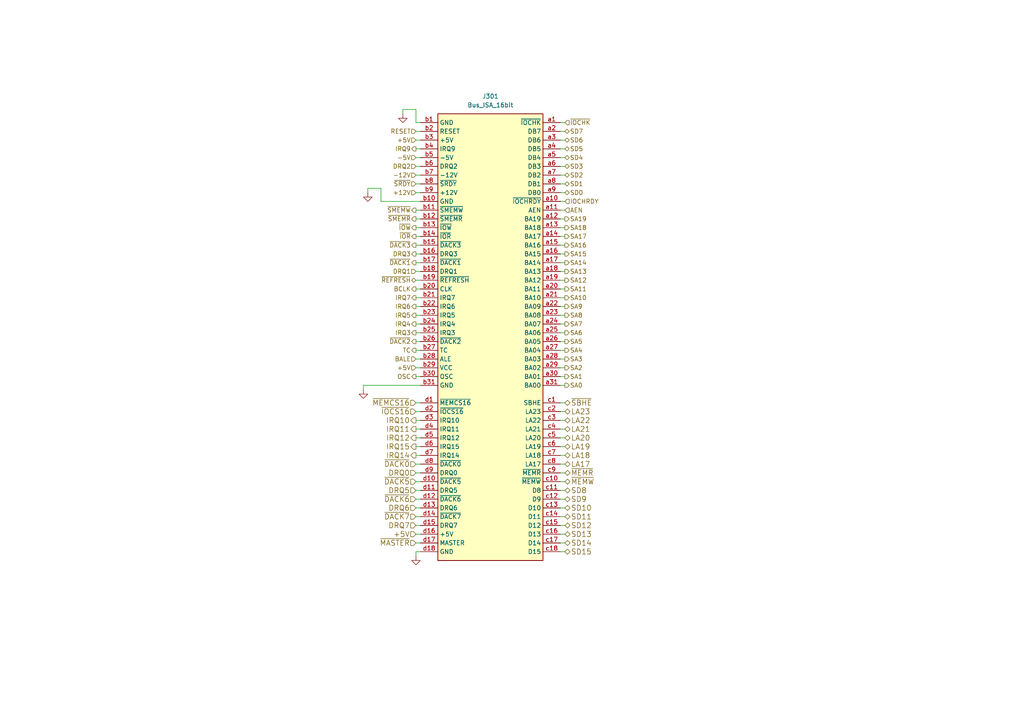
<source format=kicad_sch>
(kicad_sch (version 20211123) (generator eeschema)
  (paper "A4")
  (title_block (title "Universal ISA Backplane - ISA") (date "2022-01-08") (rev "1.99-dev") (company "Tedd | License: GFDLv3"))
  (lib_symbols
    (symbol "Connector1:Bus_ISA_16bit"
      (property "Reference" "J" (at 0 67.945 0))
      (property "Value" "Bus_ISA_16bit" (at 0 -65.405 0))
      (symbol "Bus_ISA_16bit_0_1"
        (rectangle (start -15.24 -63.5) (end 15.24 66.04) (stroke (width 0.254)) (fill (type background)))
      )
      (symbol "Bus_ISA_16bit_1_1"
        (pin output line (at 20.32 63.5 180) (length 5.08) (name "~{IOCHK}") (number "a1"))
        (pin output line (at 20.32 40.64 180) (length 5.08) (name "~{IOCHRDY}") (number "a10"))
        (pin input line (at 20.32 38.1 180) (length 5.08) (name "AEN") (number "a11"))
        (pin input line (at 20.32 35.56 180) (length 5.08) (name "BA19") (number "a12"))
        (pin input line (at 20.32 33.02 180) (length 5.08) (name "BA18") (number "a13"))
        (pin input line (at 20.32 30.48 180) (length 5.08) (name "BA17") (number "a14"))
        (pin input line (at 20.32 27.94 180) (length 5.08) (name "BA16") (number "a15"))
        (pin input line (at 20.32 25.4 180) (length 5.08) (name "BA15") (number "a16"))
        (pin input line (at 20.32 22.86 180) (length 5.08) (name "BA14") (number "a17"))
        (pin input line (at 20.32 20.32 180) (length 5.08) (name "BA13") (number "a18"))
        (pin input line (at 20.32 17.78 180) (length 5.08) (name "BA12") (number "a19"))
        (pin tri_state line (at 20.32 60.96 180) (length 5.08) (name "DB7") (number "a2"))
        (pin input line (at 20.32 15.24 180) (length 5.08) (name "BA11") (number "a20"))
        (pin input line (at 20.32 12.7 180) (length 5.08) (name "BA10") (number "a21"))
        (pin input line (at 20.32 10.16 180) (length 5.08) (name "BA09") (number "a22"))
        (pin input line (at 20.32 7.62 180) (length 5.08) (name "BA08") (number "a23"))
        (pin input line (at 20.32 5.08 180) (length 5.08) (name "BA07") (number "a24"))
        (pin input line (at 20.32 2.54 180) (length 5.08) (name "BA06") (number "a25"))
        (pin input line (at 20.32 0 180) (length 5.08) (name "BA05") (number "a26"))
        (pin input line (at 20.32 -2.54 180) (length 5.08) (name "BA04") (number "a27"))
        (pin input line (at 20.32 -5.08 180) (length 5.08) (name "BA03") (number "a28"))
        (pin input line (at 20.32 -7.62 180) (length 5.08) (name "BA02") (number "a29"))
        (pin tri_state line (at 20.32 58.42 180) (length 5.08) (name "DB6") (number "a3"))
        (pin input line (at 20.32 -10.16 180) (length 5.08) (name "BA01") (number "a30"))
        (pin input line (at 20.32 -12.7 180) (length 5.08) (name "BA00") (number "a31"))
        (pin tri_state line (at 20.32 55.88 180) (length 5.08) (name "DB5") (number "a4"))
        (pin tri_state line (at 20.32 53.34 180) (length 5.08) (name "DB4") (number "a5"))
        (pin tri_state line (at 20.32 50.8 180) (length 5.08) (name "DB3") (number "a6"))
        (pin tri_state line (at 20.32 48.26 180) (length 5.08) (name "DB2") (number "a7"))
        (pin tri_state line (at 20.32 45.72 180) (length 5.08) (name "DB1") (number "a8"))
        (pin tri_state line (at 20.32 43.18 180) (length 5.08) (name "DB0") (number "a9"))
        (pin power_in line (at -20.32 63.5 0) (length 5.08) (name "GND") (number "b1"))
        (pin power_in line (at -20.32 40.64 0) (length 5.08) (name "GND") (number "b10"))
        (pin input line (at -20.32 38.1 0) (length 5.08) (name "~{SMEMW}") (number "b11"))
        (pin input line (at -20.32 35.56 0) (length 5.08) (name "~{SMEMR}") (number "b12"))
        (pin input line (at -20.32 33.02 0) (length 5.08) (name "~{IOW}") (number "b13"))
        (pin input line (at -20.32 30.48 0) (length 5.08) (name "~{IOR}") (number "b14"))
        (pin input line (at -20.32 27.94 0) (length 5.08) (name "~{DACK3}") (number "b15"))
        (pin output line (at -20.32 25.4 0) (length 5.08) (name "DRQ3") (number "b16"))
        (pin input line (at -20.32 22.86 0) (length 5.08) (name "~{DACK1}") (number "b17"))
        (pin output line (at -20.32 20.32 0) (length 5.08) (name "DRQ1") (number "b18"))
        (pin tri_state line (at -20.32 17.78 0) (length 5.08) (name "~{REFRESH}") (number "b19"))
        (pin input line (at -20.32 60.96 0) (length 5.08) (name "RESET") (number "b2"))
        (pin input line (at -20.32 15.24 0) (length 5.08) (name "CLK") (number "b20"))
        (pin output line (at -20.32 12.7 0) (length 5.08) (name "IRQ7") (number "b21"))
        (pin output line (at -20.32 10.16 0) (length 5.08) (name "IRQ6") (number "b22"))
        (pin output line (at -20.32 7.62 0) (length 5.08) (name "IRQ5") (number "b23"))
        (pin output line (at -20.32 5.08 0) (length 5.08) (name "IRQ4") (number "b24"))
        (pin output line (at -20.32 2.54 0) (length 5.08) (name "IRQ3") (number "b25"))
        (pin input line (at -20.32 0 0) (length 5.08) (name "~{DACK2}") (number "b26"))
        (pin input line (at -20.32 -2.54 0) (length 5.08) (name "TC") (number "b27"))
        (pin input line (at -20.32 -5.08 0) (length 5.08) (name "ALE") (number "b28"))
        (pin power_in line (at -20.32 -7.62 0) (length 5.08) (name "VCC") (number "b29"))
        (pin power_in line (at -20.32 58.42 0) (length 5.08) (name "+5V") (number "b3"))
        (pin input line (at -20.32 -10.16 0) (length 5.08) (name "OSC") (number "b30"))
        (pin power_in line (at -20.32 -12.7 0) (length 5.08) (name "GND") (number "b31"))
        (pin output line (at -20.32 55.88 0) (length 5.08) (name "IRQ9") (number "b4"))
        (pin power_in line (at -20.32 53.34 0) (length 5.08) (name "-5V") (number "b5"))
        (pin output line (at -20.32 50.8 0) (length 5.08) (name "DRQ2") (number "b6"))
        (pin power_in line (at -20.32 48.26 0) (length 5.08) (name "-12V") (number "b7"))
        (pin output line (at -20.32 45.72 0) (length 5.08) (name "~{SRDY}") (number "b8"))
        (pin power_in line (at -20.32 43.18 0) (length 5.08) (name "+12V") (number "b9"))
        (pin tri_state line (at 20.32 -17.78 180) (length 5.08) (name "SBHE") (number "c1"))
        (pin tri_state line (at 20.32 -40.64 180) (length 5.08) (name "~{MEMW}") (number "c10"))
        (pin tri_state line (at 20.32 -43.18 180) (length 5.08) (name "D8") (number "c11"))
        (pin tri_state line (at 20.32 -45.72 180) (length 5.08) (name "D9") (number "c12"))
        (pin tri_state line (at 20.32 -48.26 180) (length 5.08) (name "D10") (number "c13"))
        (pin tri_state line (at 20.32 -50.8 180) (length 5.08) (name "D11") (number "c14"))
        (pin tri_state line (at 20.32 -53.34 180) (length 5.08) (name "D12") (number "c15"))
        (pin tri_state line (at 20.32 -55.88 180) (length 5.08) (name "D13") (number "c16"))
        (pin tri_state line (at 20.32 -58.42 180) (length 5.08) (name "D14") (number "c17"))
        (pin tri_state line (at 20.32 -60.96 180) (length 5.08) (name "D15") (number "c18"))
        (pin tri_state line (at 20.32 -20.32 180) (length 5.08) (name "LA23") (number "c2"))
        (pin tri_state line (at 20.32 -22.86 180) (length 5.08) (name "LA22") (number "c3"))
        (pin tri_state line (at 20.32 -25.4 180) (length 5.08) (name "LA21") (number "c4"))
        (pin tri_state line (at 20.32 -27.94 180) (length 5.08) (name "LA20") (number "c5"))
        (pin tri_state line (at 20.32 -30.48 180) (length 5.08) (name "LA19") (number "c6"))
        (pin tri_state line (at 20.32 -33.02 180) (length 5.08) (name "LA18") (number "c7"))
        (pin tri_state line (at 20.32 -35.56 180) (length 5.08) (name "LA17") (number "c8"))
        (pin tri_state line (at 20.32 -38.1 180) (length 5.08) (name "~{MEMR}") (number "c9"))
        (pin output line (at -20.32 -17.78 0) (length 5.08) (name "~{MEMCS16}") (number "d1"))
        (pin input line (at -20.32 -40.64 0) (length 5.08) (name "~{DACK5}") (number "d10"))
        (pin output line (at -20.32 -43.18 0) (length 5.08) (name "DRQ5") (number "d11"))
        (pin input line (at -20.32 -45.72 0) (length 5.08) (name "~{DACK6}") (number "d12"))
        (pin output line (at -20.32 -48.26 0) (length 5.08) (name "DRQ6") (number "d13"))
        (pin input line (at -20.32 -50.8 0) (length 5.08) (name "~{DACK7}") (number "d14"))
        (pin output line (at -20.32 -53.34 0) (length 5.08) (name "DRQ7") (number "d15"))
        (pin power_in line (at -20.32 -55.88 0) (length 5.08) (name "+5V") (number "d16"))
        (pin output line (at -20.32 -58.42 0) (length 5.08) (name "MASTER") (number "d17"))
        (pin power_in line (at -20.32 -60.96 0) (length 5.08) (name "GND") (number "d18"))
        (pin output line (at -20.32 -20.32 0) (length 5.08) (name "~{IOCS16}") (number "d2"))
        (pin output line (at -20.32 -22.86 0) (length 5.08) (name "IRQ10") (number "d3"))
        (pin output line (at -20.32 -25.4 0) (length 5.08) (name "IRQ11") (number "d4"))
        (pin output line (at -20.32 -27.94 0) (length 5.08) (name "IRQ12") (number "d5"))
        (pin output line (at -20.32 -30.48 0) (length 5.08) (name "IRQ15") (number "d6"))
        (pin output line (at -20.32 -33.02 0) (length 5.08) (name "IRQ14") (number "d7"))
        (pin input line (at -20.32 -35.56 0) (length 5.08) (name "~{DACK0}") (number "d8"))
        (pin output line (at -20.32 -38.1 0) (length 5.08) (name "DRQ0") (number "d9"))
      )
    )
    (symbol "power:GND" (power) (pin_names (offset 0))
      (property "Value" "GND" (at 0 -3.81 0))
      (symbol "GND_0_1"
        (polyline (pts (xy 0 0) (xy 0 -1.27) (xy 1.27 -1.27) (xy 0 -2.54) (xy -1.27 -1.27) (xy 0 -1.27)))
      )
      (symbol "GND_1_1"
        (pin power_in line (at 0 0 270) (length 0) hide (name "GND") (number "1"))
      )
    )
  )
  (wire (pts (xy 163.83 73.66) (xy 162.56 73.66)))
  (wire (pts (xy 121.92 101.6) (xy 120.65 101.6)))
  (wire (pts (xy 121.92 142.24) (xy 120.65 142.24)))
  (wire (pts (xy 121.92 60.96) (xy 120.65 60.96)))
  (wire (pts (xy 116.84 31.75) (xy 120.65 31.75)))
  (wire (pts (xy 120.65 160.02) (xy 121.92 160.02)))
  (wire (pts (xy 162.56 116.84) (xy 163.83 116.84)))
  (wire (pts (xy 105.41 111.76) (xy 121.92 111.76)))
  (wire (pts (xy 163.83 109.22) (xy 162.56 109.22)))
  (wire (pts (xy 121.92 129.54) (xy 120.65 129.54)))
  (wire (pts (xy 105.41 113.03) (xy 105.41 111.76)))
  (wire (pts (xy 162.56 139.7) (xy 163.83 139.7)))
  (wire (pts (xy 121.92 50.8) (xy 120.65 50.8)))
  (wire (pts (xy 163.83 93.98) (xy 162.56 93.98)))
  (wire (pts (xy 163.83 66.04) (xy 162.56 66.04)))
  (wire (pts (xy 110.49 58.42) (xy 121.92 58.42)))
  (wire (pts (xy 121.92 132.08) (xy 120.65 132.08)))
  (wire (pts (xy 121.92 43.18) (xy 120.65 43.18)))
  (wire (pts (xy 163.83 104.14) (xy 162.56 104.14)))
  (wire (pts (xy 121.92 121.92) (xy 120.65 121.92)))
  (wire (pts (xy 162.56 137.16) (xy 163.83 137.16)))
  (wire (pts (xy 162.56 40.64) (xy 163.83 40.64)))
  (wire (pts (xy 163.83 71.12) (xy 162.56 71.12)))
  (wire (pts (xy 163.83 101.6) (xy 162.56 101.6)))
  (wire (pts (xy 162.56 127) (xy 163.83 127)))
  (wire (pts (xy 163.83 78.74) (xy 162.56 78.74)))
  (wire (pts (xy 110.49 54.61) (xy 110.49 58.42)))
  (wire (pts (xy 121.92 144.78) (xy 120.65 144.78)))
  (wire (pts (xy 162.56 160.02) (xy 163.83 160.02)))
  (wire (pts (xy 121.92 139.7) (xy 120.65 139.7)))
  (wire (pts (xy 163.83 63.5) (xy 162.56 63.5)))
  (wire (pts (xy 121.92 147.32) (xy 120.65 147.32)))
  (wire (pts (xy 162.56 144.78) (xy 163.83 144.78)))
  (wire (pts (xy 162.56 38.1) (xy 163.83 38.1)))
  (wire (pts (xy 162.56 129.54) (xy 163.83 129.54)))
  (wire (pts (xy 163.83 106.68) (xy 162.56 106.68)))
  (wire (pts (xy 121.92 48.26) (xy 120.65 48.26)))
  (wire (pts (xy 162.56 132.08) (xy 163.83 132.08)))
  (wire (pts (xy 121.92 53.34) (xy 120.65 53.34)))
  (wire (pts (xy 121.92 134.62) (xy 120.65 134.62)))
  (wire (pts (xy 121.92 109.22) (xy 120.65 109.22)))
  (wire (pts (xy 163.83 81.28) (xy 162.56 81.28)))
  (wire (pts (xy 121.92 152.4) (xy 120.65 152.4)))
  (wire (pts (xy 162.56 157.48) (xy 163.83 157.48)))
  (wire (pts (xy 120.65 31.75) (xy 120.65 35.56)))
  (wire (pts (xy 163.83 86.36) (xy 162.56 86.36)))
  (wire (pts (xy 116.84 33.02) (xy 116.84 31.75)))
  (wire (pts (xy 162.56 147.32) (xy 163.83 147.32)))
  (wire (pts (xy 163.83 91.44) (xy 162.56 91.44)))
  (wire (pts (xy 162.56 154.94) (xy 163.83 154.94)))
  (wire (pts (xy 163.83 55.88) (xy 162.56 55.88)))
  (wire (pts (xy 121.92 154.94) (xy 120.65 154.94)))
  (wire (pts (xy 120.65 161.29) (xy 120.65 160.02)))
  (wire (pts (xy 163.83 60.96) (xy 162.56 60.96)))
  (wire (pts (xy 121.92 71.12) (xy 120.65 71.12)))
  (wire (pts (xy 121.92 78.74) (xy 120.65 78.74)))
  (wire (pts (xy 162.56 35.56) (xy 163.83 35.56)))
  (wire (pts (xy 162.56 119.38) (xy 163.83 119.38)))
  (wire (pts (xy 121.92 86.36) (xy 120.65 86.36)))
  (wire (pts (xy 121.92 38.1) (xy 120.65 38.1)))
  (wire (pts (xy 121.92 104.14) (xy 120.65 104.14)))
  (wire (pts (xy 121.92 45.72) (xy 120.65 45.72)))
  (wire (pts (xy 121.92 157.48) (xy 120.65 157.48)))
  (wire (pts (xy 163.83 53.34) (xy 162.56 53.34)))
  (wire (pts (xy 121.92 106.68) (xy 120.65 106.68)))
  (wire (pts (xy 163.83 58.42) (xy 162.56 58.42)))
  (wire (pts (xy 163.83 76.2) (xy 162.56 76.2)))
  (wire (pts (xy 163.83 83.82) (xy 162.56 83.82)))
  (wire (pts (xy 162.56 152.4) (xy 163.83 152.4)))
  (wire (pts (xy 121.92 83.82) (xy 120.65 83.82)))
  (wire (pts (xy 163.83 99.06) (xy 162.56 99.06)))
  (wire (pts (xy 162.56 124.46) (xy 163.83 124.46)))
  (wire (pts (xy 121.92 93.98) (xy 120.65 93.98)))
  (wire (pts (xy 106.68 54.61) (xy 110.49 54.61)))
  (wire (pts (xy 121.92 91.44) (xy 120.65 91.44)))
  (wire (pts (xy 106.68 55.88) (xy 106.68 54.61)))
  (wire (pts (xy 121.92 99.06) (xy 120.65 99.06)))
  (wire (pts (xy 121.92 116.84) (xy 120.65 116.84)))
  (wire (pts (xy 163.83 96.52) (xy 162.56 96.52)))
  (wire (pts (xy 163.83 45.72) (xy 162.56 45.72)))
  (wire (pts (xy 121.92 73.66) (xy 120.65 73.66)))
  (wire (pts (xy 162.56 142.24) (xy 163.83 142.24)))
  (wire (pts (xy 162.56 48.26) (xy 163.83 48.26)))
  (wire (pts (xy 162.56 43.18) (xy 163.83 43.18)))
  (wire (pts (xy 121.92 66.04) (xy 120.65 66.04)))
  (wire (pts (xy 163.83 88.9) (xy 162.56 88.9)))
  (wire (pts (xy 162.56 149.86) (xy 163.83 149.86)))
  (wire (pts (xy 121.92 119.38) (xy 120.65 119.38)))
  (wire (pts (xy 163.83 50.8) (xy 162.56 50.8)))
  (wire (pts (xy 163.83 68.58) (xy 162.56 68.58)))
  (wire (pts (xy 162.56 121.92) (xy 163.83 121.92)))
  (wire (pts (xy 121.92 76.2) (xy 120.65 76.2)))
  (wire (pts (xy 121.92 96.52) (xy 120.65 96.52)))
  (wire (pts (xy 121.92 40.64) (xy 120.65 40.64)))
  (wire (pts (xy 121.92 137.16) (xy 120.65 137.16)))
  (wire (pts (xy 121.92 68.58) (xy 120.65 68.58)))
  (wire (pts (xy 121.92 124.46) (xy 120.65 124.46)))
  (wire (pts (xy 121.92 35.56) (xy 120.65 35.56)))
  (wire (pts (xy 163.83 111.76) (xy 162.56 111.76)))
  (wire (pts (xy 121.92 63.5) (xy 120.65 63.5)))
  (wire (pts (xy 121.92 81.28) (xy 120.65 81.28)))
  (wire (pts (xy 121.92 55.88) (xy 120.65 55.88)))
  (wire (pts (xy 121.92 149.86) (xy 120.65 149.86)))
  (wire (pts (xy 162.56 134.62) (xy 163.83 134.62)))
  (wire (pts (xy 121.92 127) (xy 120.65 127)))
  (wire (pts (xy 121.92 88.9) (xy 120.65 88.9)))
  (hierarchical_label "SA11" (shape output) (at 163.83 83.82 0))
  (hierarchical_label "SA15" (shape output) (at 163.83 73.66 0))
  (hierarchical_label "IRQ14" (shape output) (at 120.65 132.08 180) (effects (font (size 1.524 1.524))))
  (hierarchical_label "-5V" (shape input) (at 120.65 45.72 180))
  (hierarchical_label "SD5" (shape bidirectional) (at 163.83 43.18 0))
  (hierarchical_label "LA22" (shape bidirectional) (at 163.83 121.92 0) (effects (font (size 1.524 1.524))))
  (hierarchical_label "SD2" (shape bidirectional) (at 163.83 50.8 0))
  (hierarchical_label "DRQ2" (shape input) (at 120.65 48.26 180))
  (hierarchical_label "DRQ7" (shape input) (at 120.65 152.4 180) (effects (font (size 1.524 1.524))))
  (hierarchical_label "LA19" (shape bidirectional) (at 163.83 129.54 0) (effects (font (size 1.524 1.524))))
  (hierarchical_label "SA1" (shape output) (at 163.83 109.22 0))
  (hierarchical_label "~{IOCS16}" (shape input) (at 120.65 119.38 180) (effects (font (size 1.524 1.524))))
  (hierarchical_label "SD0" (shape bidirectional) (at 163.83 55.88 0))
  (hierarchical_label "~{SRDY}" (shape input) (at 120.65 53.34 180))
  (hierarchical_label "SA16" (shape output) (at 163.83 71.12 0))
  (hierarchical_label "RESET" (shape input) (at 120.65 38.1 180))
  (hierarchical_label "SD12" (shape bidirectional) (at 163.83 152.4 0) (effects (font (size 1.524 1.524))))
  (hierarchical_label "~{DACK7}" (shape input) (at 120.65 149.86 180) (effects (font (size 1.524 1.524))))
  (hierarchical_label "IRQ5" (shape output) (at 120.65 91.44 180))
  (hierarchical_label "~{SBHE}" (shape bidirectional) (at 163.83 116.84 0) (effects (font (size 1.524 1.524))))
  (hierarchical_label "SD11" (shape bidirectional) (at 163.83 149.86 0) (effects (font (size 1.524 1.524))))
  (hierarchical_label "SD1" (shape bidirectional) (at 163.83 53.34 0))
  (hierarchical_label "SD3" (shape bidirectional) (at 163.83 48.26 0))
  (hierarchical_label "IRQ12" (shape output) (at 120.65 127 180) (effects (font (size 1.524 1.524))))
  (hierarchical_label "LA23" (shape bidirectional) (at 163.83 119.38 0) (effects (font (size 1.524 1.524))))
  (hierarchical_label "IRQ6" (shape output) (at 120.65 88.9 180))
  (hierarchical_label "SA9" (shape output) (at 163.83 88.9 0))
  (hierarchical_label "SD6" (shape bidirectional) (at 163.83 40.64 0))
  (hierarchical_label "SD10" (shape bidirectional) (at 163.83 147.32 0) (effects (font (size 1.524 1.524))))
  (hierarchical_label "DRQ0" (shape input) (at 120.65 137.16 180) (effects (font (size 1.524 1.524))))
  (hierarchical_label "BCLK" (shape output) (at 120.65 83.82 180))
  (hierarchical_label "~{SMEMW}" (shape output) (at 120.65 60.96 180))
  (hierarchical_label "SA8" (shape output) (at 163.83 91.44 0))
  (hierarchical_label "~{MEMW}" (shape bidirectional) (at 163.83 139.7 0) (effects (font (size 1.524 1.524))))
  (hierarchical_label "DRQ1" (shape input) (at 120.65 78.74 180))
  (hierarchical_label "SA5" (shape output) (at 163.83 99.06 0))
  (hierarchical_label "LA20" (shape bidirectional) (at 163.83 127 0) (effects (font (size 1.524 1.524))))
  (hierarchical_label "BALE" (shape input) (at 120.65 104.14 180))
  (hierarchical_label "IRQ7" (shape output) (at 120.65 86.36 180))
  (hierarchical_label "SA7" (shape output) (at 163.83 93.98 0))
  (hierarchical_label "SA17" (shape output) (at 163.83 68.58 0))
  (hierarchical_label "SA0" (shape output) (at 163.83 111.76 0))
  (hierarchical_label "IRQ9" (shape output) (at 120.65 43.18 180))
  (hierarchical_label "+5V" (shape input) (at 120.65 154.94 180) (effects (font (size 1.524 1.524))))
  (hierarchical_label "SA2" (shape output) (at 163.83 106.68 0))
  (hierarchical_label "SA12" (shape output) (at 163.83 81.28 0))
  (hierarchical_label "DRQ6" (shape input) (at 120.65 147.32 180) (effects (font (size 1.524 1.524))))
  (hierarchical_label "~{DACK6}" (shape input) (at 120.65 144.78 180) (effects (font (size 1.524 1.524))))
  (hierarchical_label "SD7" (shape bidirectional) (at 163.83 38.1 0))
  (hierarchical_label "LA21" (shape bidirectional) (at 163.83 124.46 0) (effects (font (size 1.524 1.524))))
  (hierarchical_label "~{DACK5}" (shape input) (at 120.65 139.7 180) (effects (font (size 1.524 1.524))))
  (hierarchical_label "IOCHRDY" (shape input) (at 163.83 58.42 0))
  (hierarchical_label "IRQ11" (shape output) (at 120.65 124.46 180) (effects (font (size 1.524 1.524))))
  (hierarchical_label "LA18" (shape bidirectional) (at 163.83 132.08 0) (effects (font (size 1.524 1.524))))
  (hierarchical_label "-12V" (shape input) (at 120.65 50.8 180))
  (hierarchical_label "~{SMEMR}" (shape output) (at 120.65 63.5 180))
  (hierarchical_label "~{DACK3}" (shape output) (at 120.65 71.12 180))
  (hierarchical_label "SA19" (shape output) (at 163.83 63.5 0))
  (hierarchical_label "TC" (shape output) (at 120.65 101.6 180))
  (hierarchical_label "SD13" (shape bidirectional) (at 163.83 154.94 0) (effects (font (size 1.524 1.524))))
  (hierarchical_label "DRQ5" (shape input) (at 120.65 142.24 180) (effects (font (size 1.524 1.524))))
  (hierarchical_label "IRQ4" (shape output) (at 120.65 93.98 180))
  (hierarchical_label "DRQ3" (shape output) (at 120.65 73.66 180))
  (hierarchical_label "SA13" (shape output) (at 163.83 78.74 0))
  (hierarchical_label "IRQ10" (shape output) (at 120.65 121.92 180) (effects (font (size 1.524 1.524))))
  (hierarchical_label "SA6" (shape output) (at 163.83 96.52 0))
  (hierarchical_label "~{DACK0}" (shape input) (at 120.65 134.62 180) (effects (font (size 1.524 1.524))))
  (hierarchical_label "+12V" (shape input) (at 120.65 55.88 180))
  (hierarchical_label "~{MEMCS16}" (shape input) (at 120.65 116.84 180) (effects (font (size 1.524 1.524))))
  (hierarchical_label "SD9" (shape bidirectional) (at 163.83 144.78 0) (effects (font (size 1.524 1.524))))
  (hierarchical_label "SA10" (shape output) (at 163.83 86.36 0))
  (hierarchical_label "~{DACK1}" (shape output) (at 120.65 76.2 180))
  (hierarchical_label "~{IOR}" (shape output) (at 120.65 68.58 180))
  (hierarchical_label "AEN" (shape input) (at 163.83 60.96 0))
  (hierarchical_label "OSC" (shape output) (at 120.65 109.22 180))
  (hierarchical_label "~{IOW}" (shape output) (at 120.65 66.04 180))
  (hierarchical_label "SD15" (shape bidirectional) (at 163.83 160.02 0) (effects (font (size 1.524 1.524))))
  (hierarchical_label "SA4" (shape output) (at 163.83 101.6 0))
  (hierarchical_label "SA14" (shape output) (at 163.83 76.2 0))
  (hierarchical_label "~{MEMR}" (shape bidirectional) (at 163.83 137.16 0) (effects (font (size 1.524 1.524))))
  (hierarchical_label "LA17" (shape bidirectional) (at 163.83 134.62 0) (effects (font (size 1.524 1.524))))
  (hierarchical_label "SD4" (shape bidirectional) (at 163.83 45.72 0))
  (hierarchical_label "SD8" (shape bidirectional) (at 163.83 142.24 0) (effects (font (size 1.524 1.524))))
  (hierarchical_label "SA3" (shape output) (at 163.83 104.14 0))
  (hierarchical_label "~{MASTER}" (shape input) (at 120.65 157.48 180) (effects (font (size 1.524 1.524))))
  (hierarchical_label "SD14" (shape bidirectional) (at 163.83 157.48 0) (effects (font (size 1.524 1.524))))
  (hierarchical_label "IRQ15" (shape output) (at 120.65 129.54 180) (effects (font (size 1.524 1.524))))
  (hierarchical_label "~{IOCHK}" (shape input) (at 163.83 35.56 0))
  (hierarchical_label "~{DACK2}" (shape output) (at 120.65 99.06 180))
  (hierarchical_label "~{REFRESH}" (shape bidirectional) (at 120.65 81.28 180))
  (hierarchical_label "+5V" (shape input) (at 120.65 40.64 180))
  (hierarchical_label "IRQ3" (shape output) (at 120.65 96.52 180))
  (hierarchical_label "+5V" (shape input) (at 120.65 106.68 180))
  (hierarchical_label "SA18" (shape output) (at 163.83 66.04 0))
  (symbol (lib_id "power:GND") (at 116.84 33.02 0) (mirror y) (unit 1)
    (property "Reference" "#PWR0114" (effects hide))
    (property "Value" "GND" (effects hide))
  )
  (symbol (lib_id "power:GND") (at 106.68 55.88 0) (mirror y) (unit 1)
    (property "Reference" "#PWR0115" (effects hide))
    (property "Value" "GND" (effects hide))
  )
  (symbol (lib_id "power:GND") (at 120.65 161.29 0) (unit 1)
    (property "Reference" "#PWR0116" (effects hide))
    (property "Value" "GND" (effects hide))
  )
  (symbol (lib_id "power:GND") (at 105.41 113.03 0) (mirror y) (unit 1)
    (property "Reference" "#PWR0113" (effects hide))
    (property "Value" "GND" (effects hide))
  )
  (symbol (lib_id "Connector1:Bus_ISA_16bit") (at 142.24 99.06 0) (unit 1)
    (property "Reference" "J301" (at 142.24 27.94 0))
    (property "Value" "Bus_ISA_16bit" (at 142.24 30.48 0))
    (property "Datasheet" "https://en.wikipedia.org/wiki/Industry_Standard_Architecture" (effects hide))
  )
)
</source>
